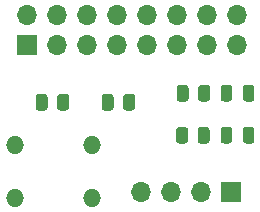
<source format=gts>
G04 #@! TF.GenerationSoftware,KiCad,Pcbnew,5.1.10-88a1d61d58~90~ubuntu20.04.1*
G04 #@! TF.CreationDate,2021-08-20T19:04:53-03:00*
G04 #@! TF.ProjectId,003_Raspberry_Pi_HAT,3030335f-5261-4737-9062-657272795f50,V1*
G04 #@! TF.SameCoordinates,Original*
G04 #@! TF.FileFunction,Soldermask,Top*
G04 #@! TF.FilePolarity,Negative*
%FSLAX46Y46*%
G04 Gerber Fmt 4.6, Leading zero omitted, Abs format (unit mm)*
G04 Created by KiCad (PCBNEW 5.1.10-88a1d61d58~90~ubuntu20.04.1) date 2021-08-20 19:04:53*
%MOMM*%
%LPD*%
G01*
G04 APERTURE LIST*
%ADD10O,1.524000X1.524000*%
%ADD11R,1.700000X1.700000*%
%ADD12O,1.700000X1.700000*%
G04 APERTURE END LIST*
G36*
G01*
X125653500Y-111708250D02*
X125653500Y-110795750D01*
G75*
G02*
X125897250Y-110552000I243750J0D01*
G01*
X126384750Y-110552000D01*
G75*
G02*
X126628500Y-110795750I0J-243750D01*
G01*
X126628500Y-111708250D01*
G75*
G02*
X126384750Y-111952000I-243750J0D01*
G01*
X125897250Y-111952000D01*
G75*
G02*
X125653500Y-111708250I0J243750D01*
G01*
G37*
G36*
G01*
X127528500Y-111708250D02*
X127528500Y-110795750D01*
G75*
G02*
X127772250Y-110552000I243750J0D01*
G01*
X128259750Y-110552000D01*
G75*
G02*
X128503500Y-110795750I0J-243750D01*
G01*
X128503500Y-111708250D01*
G75*
G02*
X128259750Y-111952000I-243750J0D01*
G01*
X127772250Y-111952000D01*
G75*
G02*
X127528500Y-111708250I0J243750D01*
G01*
G37*
G36*
G01*
X127528500Y-108152250D02*
X127528500Y-107239750D01*
G75*
G02*
X127772250Y-106996000I243750J0D01*
G01*
X128259750Y-106996000D01*
G75*
G02*
X128503500Y-107239750I0J-243750D01*
G01*
X128503500Y-108152250D01*
G75*
G02*
X128259750Y-108396000I-243750J0D01*
G01*
X127772250Y-108396000D01*
G75*
G02*
X127528500Y-108152250I0J243750D01*
G01*
G37*
G36*
G01*
X125653500Y-108152250D02*
X125653500Y-107239750D01*
G75*
G02*
X125897250Y-106996000I243750J0D01*
G01*
X126384750Y-106996000D01*
G75*
G02*
X126628500Y-107239750I0J-243750D01*
G01*
X126628500Y-108152250D01*
G75*
G02*
X126384750Y-108396000I-243750J0D01*
G01*
X125897250Y-108396000D01*
G75*
G02*
X125653500Y-108152250I0J243750D01*
G01*
G37*
G36*
G01*
X111802500Y-108908001D02*
X111802500Y-108007999D01*
G75*
G02*
X112052499Y-107758000I249999J0D01*
G01*
X112577501Y-107758000D01*
G75*
G02*
X112827500Y-108007999I0J-249999D01*
G01*
X112827500Y-108908001D01*
G75*
G02*
X112577501Y-109158000I-249999J0D01*
G01*
X112052499Y-109158000D01*
G75*
G02*
X111802500Y-108908001I0J249999D01*
G01*
G37*
G36*
G01*
X109977500Y-108908001D02*
X109977500Y-108007999D01*
G75*
G02*
X110227499Y-107758000I249999J0D01*
G01*
X110752501Y-107758000D01*
G75*
G02*
X111002500Y-108007999I0J-249999D01*
G01*
X111002500Y-108908001D01*
G75*
G02*
X110752501Y-109158000I-249999J0D01*
G01*
X110227499Y-109158000D01*
G75*
G02*
X109977500Y-108908001I0J249999D01*
G01*
G37*
G36*
G01*
X115565500Y-108908001D02*
X115565500Y-108007999D01*
G75*
G02*
X115815499Y-107758000I249999J0D01*
G01*
X116340501Y-107758000D01*
G75*
G02*
X116590500Y-108007999I0J-249999D01*
G01*
X116590500Y-108908001D01*
G75*
G02*
X116340501Y-109158000I-249999J0D01*
G01*
X115815499Y-109158000D01*
G75*
G02*
X115565500Y-108908001I0J249999D01*
G01*
G37*
G36*
G01*
X117390500Y-108908001D02*
X117390500Y-108007999D01*
G75*
G02*
X117640499Y-107758000I249999J0D01*
G01*
X118165501Y-107758000D01*
G75*
G02*
X118415500Y-108007999I0J-249999D01*
G01*
X118415500Y-108908001D01*
G75*
G02*
X118165501Y-109158000I-249999J0D01*
G01*
X117640499Y-109158000D01*
G75*
G02*
X117390500Y-108908001I0J249999D01*
G01*
G37*
G36*
G01*
X122893500Y-110801999D02*
X122893500Y-111702001D01*
G75*
G02*
X122643501Y-111952000I-249999J0D01*
G01*
X122118499Y-111952000D01*
G75*
G02*
X121868500Y-111702001I0J249999D01*
G01*
X121868500Y-110801999D01*
G75*
G02*
X122118499Y-110552000I249999J0D01*
G01*
X122643501Y-110552000D01*
G75*
G02*
X122893500Y-110801999I0J-249999D01*
G01*
G37*
G36*
G01*
X124718500Y-110801999D02*
X124718500Y-111702001D01*
G75*
G02*
X124468501Y-111952000I-249999J0D01*
G01*
X123943499Y-111952000D01*
G75*
G02*
X123693500Y-111702001I0J249999D01*
G01*
X123693500Y-110801999D01*
G75*
G02*
X123943499Y-110552000I249999J0D01*
G01*
X124468501Y-110552000D01*
G75*
G02*
X124718500Y-110801999I0J-249999D01*
G01*
G37*
G36*
G01*
X124765500Y-107245999D02*
X124765500Y-108146001D01*
G75*
G02*
X124515501Y-108396000I-249999J0D01*
G01*
X123990499Y-108396000D01*
G75*
G02*
X123740500Y-108146001I0J249999D01*
G01*
X123740500Y-107245999D01*
G75*
G02*
X123990499Y-106996000I249999J0D01*
G01*
X124515501Y-106996000D01*
G75*
G02*
X124765500Y-107245999I0J-249999D01*
G01*
G37*
G36*
G01*
X122940500Y-107245999D02*
X122940500Y-108146001D01*
G75*
G02*
X122690501Y-108396000I-249999J0D01*
G01*
X122165499Y-108396000D01*
G75*
G02*
X121915500Y-108146001I0J249999D01*
G01*
X121915500Y-107245999D01*
G75*
G02*
X122165499Y-106996000I249999J0D01*
G01*
X122690501Y-106996000D01*
G75*
G02*
X122940500Y-107245999I0J-249999D01*
G01*
G37*
D10*
X108254800Y-112039400D03*
X114757200Y-112039400D03*
X108254800Y-116560600D03*
X114757200Y-116560600D03*
D11*
X126492000Y-116078000D03*
D12*
X123952000Y-116078000D03*
X121412000Y-116078000D03*
X118872000Y-116078000D03*
D11*
X109220000Y-103632000D03*
D12*
X109220000Y-101092000D03*
X111760000Y-103632000D03*
X111760000Y-101092000D03*
X114300000Y-103632000D03*
X114300000Y-101092000D03*
X116840000Y-103632000D03*
X116840000Y-101092000D03*
X119380000Y-103632000D03*
X119380000Y-101092000D03*
X121920000Y-103632000D03*
X121920000Y-101092000D03*
X124460000Y-103632000D03*
X124460000Y-101092000D03*
X127000000Y-103632000D03*
X127000000Y-101092000D03*
M02*

</source>
